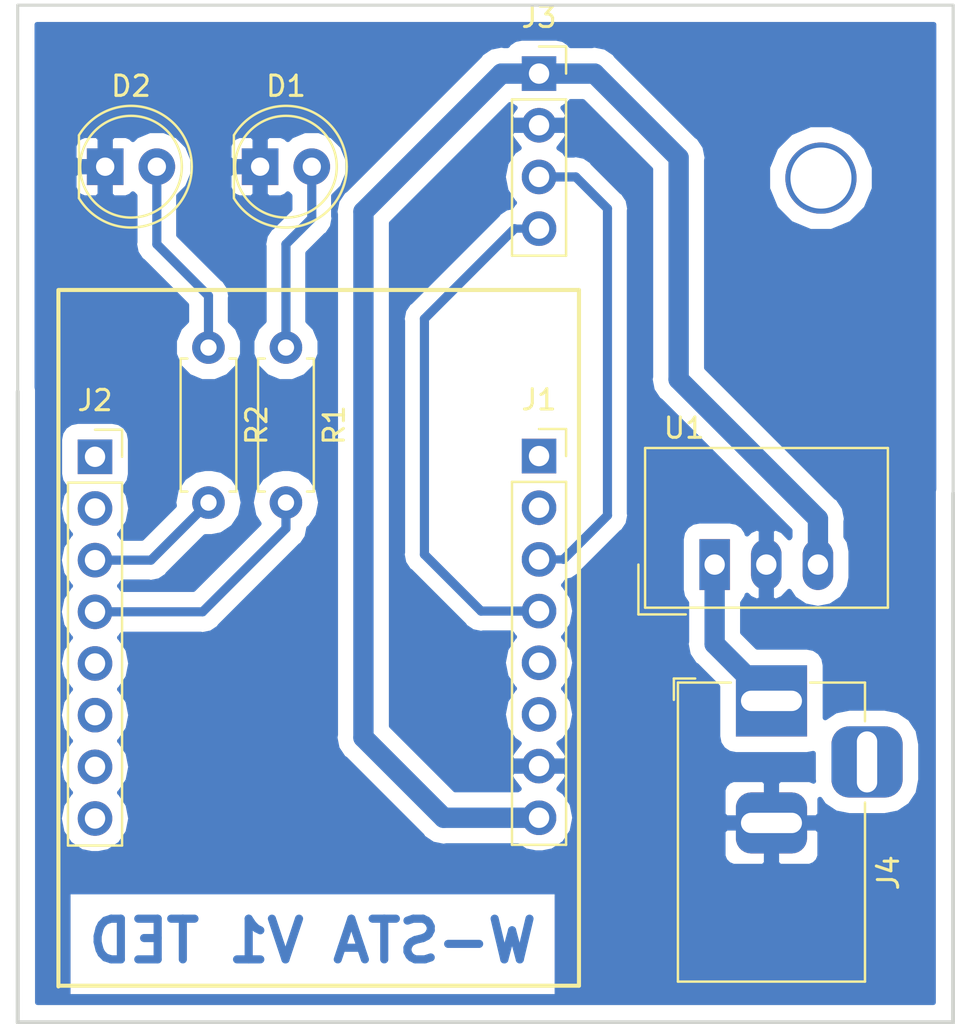
<source format=kicad_pcb>
(kicad_pcb (version 20171130) (host pcbnew "(5.0.1)-4")

  (general
    (thickness 1.6)
    (drawings 11)
    (tracks 34)
    (zones 0)
    (modules 9)
    (nets 21)
  )

  (page A4)
  (layers
    (0 F.Cu signal)
    (31 B.Cu signal)
    (32 B.Adhes user)
    (33 F.Adhes user)
    (34 B.Paste user)
    (35 F.Paste user)
    (36 B.SilkS user)
    (37 F.SilkS user)
    (38 B.Mask user)
    (39 F.Mask user)
    (40 Dwgs.User user)
    (41 Cmts.User user)
    (42 Eco1.User user)
    (43 Eco2.User user)
    (44 Edge.Cuts user)
    (45 Margin user)
    (46 B.CrtYd user)
    (47 F.CrtYd user)
    (48 B.Fab user)
    (49 F.Fab user)
  )

  (setup
    (last_trace_width 0.25)
    (trace_clearance 0.2)
    (zone_clearance 0.75)
    (zone_45_only no)
    (trace_min 0.2)
    (segment_width 0.2)
    (edge_width 0.15)
    (via_size 0.8)
    (via_drill 0.4)
    (via_min_size 0.4)
    (via_min_drill 0.3)
    (uvia_size 0.3)
    (uvia_drill 0.1)
    (uvias_allowed no)
    (uvia_min_size 0.2)
    (uvia_min_drill 0.1)
    (pcb_text_width 0.3)
    (pcb_text_size 1.5 1.5)
    (mod_edge_width 0.15)
    (mod_text_size 1 1)
    (mod_text_width 0.15)
    (pad_size 1.524 1.524)
    (pad_drill 0.762)
    (pad_to_mask_clearance 0.051)
    (solder_mask_min_width 0.25)
    (aux_axis_origin 0 0)
    (visible_elements 7FFFFFFF)
    (pcbplotparams
      (layerselection 0x010fc_ffffffff)
      (usegerberextensions false)
      (usegerberattributes false)
      (usegerberadvancedattributes false)
      (creategerberjobfile false)
      (excludeedgelayer true)
      (linewidth 0.100000)
      (plotframeref false)
      (viasonmask false)
      (mode 1)
      (useauxorigin false)
      (hpglpennumber 1)
      (hpglpenspeed 20)
      (hpglpendiameter 15.000000)
      (psnegative false)
      (psa4output false)
      (plotreference true)
      (plotvalue true)
      (plotinvisibletext false)
      (padsonsilk false)
      (subtractmaskfromsilk false)
      (outputformat 1)
      (mirror false)
      (drillshape 1)
      (scaleselection 1)
      (outputdirectory ""))
  )

  (net 0 "")
  (net 1 "Net-(J1-Pad1)")
  (net 2 "Net-(J1-Pad2)")
  (net 3 "Net-(J1-Pad5)")
  (net 4 "Net-(J1-Pad6)")
  (net 5 "Net-(J2-Pad8)")
  (net 6 "Net-(J2-Pad5)")
  (net 7 "Net-(J2-Pad4)")
  (net 8 "Net-(J2-Pad3)")
  (net 9 GND)
  (net 10 +5V)
  (net 11 SCL)
  (net 12 SDA)
  (net 13 +VDC)
  (net 14 "Net-(J4-Pad3)")
  (net 15 "Net-(J2-Pad1)")
  (net 16 "Net-(J2-Pad2)")
  (net 17 "Net-(J2-Pad6)")
  (net 18 "Net-(J2-Pad7)")
  (net 19 "Net-(D1-Pad2)")
  (net 20 "Net-(D2-Pad2)")

  (net_class Default "This is the default net class."
    (clearance 0.2)
    (trace_width 0.25)
    (via_dia 0.8)
    (via_drill 0.4)
    (uvia_dia 0.3)
    (uvia_drill 0.1)
  )

  (net_class Power ""
    (clearance 0.2)
    (trace_width 1)
    (via_dia 0.8)
    (via_drill 0.4)
    (uvia_dia 0.3)
    (uvia_drill 0.1)
    (add_net +5V)
    (add_net +VDC)
  )

  (net_class Track ""
    (clearance 0.2)
    (trace_width 0.45)
    (via_dia 0.8)
    (via_drill 0.4)
    (uvia_dia 0.3)
    (uvia_drill 0.1)
    (add_net GND)
    (add_net "Net-(D1-Pad2)")
    (add_net "Net-(D2-Pad2)")
    (add_net "Net-(J1-Pad1)")
    (add_net "Net-(J1-Pad2)")
    (add_net "Net-(J1-Pad5)")
    (add_net "Net-(J1-Pad6)")
    (add_net "Net-(J2-Pad1)")
    (add_net "Net-(J2-Pad2)")
    (add_net "Net-(J2-Pad3)")
    (add_net "Net-(J2-Pad4)")
    (add_net "Net-(J2-Pad5)")
    (add_net "Net-(J2-Pad6)")
    (add_net "Net-(J2-Pad7)")
    (add_net "Net-(J2-Pad8)")
    (add_net "Net-(J4-Pad3)")
    (add_net SCL)
    (add_net SDA)
  )

  (module Converter_DCDC:Converter_DCDC_TRACO_TSR-1_THT (layer F.Cu) (tedit 59FE1FB7) (tstamp 5C1500AC)
    (at 144.272 47.498)
    (descr "DCDC-Converter, TRACO, TSR 1-xxxx")
    (tags "DCDC-Converter TRACO TSR-1")
    (path /5BFC40E7)
    (fp_text reference U1 (at -1.5 -6.71) (layer F.SilkS)
      (effects (font (size 1 1) (thickness 0.15)))
    )
    (fp_text value TSR_1-2450 (at 2.5 3.25) (layer F.Fab)
      (effects (font (size 1 1) (thickness 0.15)))
    )
    (fp_text user %R (at 3 -3) (layer F.Fab)
      (effects (font (size 1 1) (thickness 0.15)))
    )
    (fp_line (start -3.75 2.45) (end -1.42 2.45) (layer F.SilkS) (width 0.12))
    (fp_line (start -3.75 0) (end -3.75 2.45) (layer F.SilkS) (width 0.12))
    (fp_line (start -3.3 1) (end -2.3 2) (layer F.Fab) (width 0.1))
    (fp_line (start -3.3 1) (end -3.3 -5.6) (layer F.Fab) (width 0.1))
    (fp_line (start 8.4 2) (end 8.4 -5.6) (layer F.Fab) (width 0.1))
    (fp_line (start -3.3 -5.6) (end 8.4 -5.6) (layer F.Fab) (width 0.1))
    (fp_line (start -3.55 2.25) (end -3.55 -5.85) (layer F.CrtYd) (width 0.05))
    (fp_line (start 8.65 2.25) (end -3.55 2.25) (layer F.CrtYd) (width 0.05))
    (fp_line (start 8.65 -5.85) (end 8.65 2.25) (layer F.CrtYd) (width 0.05))
    (fp_line (start -3.55 -5.85) (end 8.65 -5.85) (layer F.CrtYd) (width 0.05))
    (fp_line (start 8.52 2.12) (end -3.42 2.12) (layer F.SilkS) (width 0.12))
    (fp_line (start 8.52 -5.73) (end 8.52 2.12) (layer F.SilkS) (width 0.12))
    (fp_line (start -3.42 -5.73) (end 8.52 -5.73) (layer F.SilkS) (width 0.12))
    (fp_line (start -3.42 2.12) (end -3.42 -5.73) (layer F.SilkS) (width 0.12))
    (fp_line (start -2.3 2) (end 8.4 2) (layer F.Fab) (width 0.1))
    (pad 1 thru_hole rect (at 0 0) (size 1.5 2.5) (drill 1) (layers *.Cu *.Mask)
      (net 13 +VDC))
    (pad 2 thru_hole oval (at 2.54 0) (size 1.5 2.5) (drill 1) (layers *.Cu *.Mask)
      (net 9 GND))
    (pad 3 thru_hole oval (at 5.08 0) (size 1.5 2.5) (drill 1) (layers *.Cu *.Mask)
      (net 10 +5V))
    (model ${KISYS3DMOD}/Converter_DCDC.3dshapes/Converter_DCDC_TRACO_TSR-1_THT.wrl
      (at (xyz 0 0 0))
      (scale (xyz 1 1 1))
      (rotate (xyz 0 0 0))
    )
  )

  (module Connector_PinSocket_2.54mm:PinSocket_1x08_P2.54mm_Vertical (layer F.Cu) (tedit 5A19A420) (tstamp 5C14F996)
    (at 113.8 42.2)
    (descr "Through hole straight socket strip, 1x08, 2.54mm pitch, single row (from Kicad 4.0.7), script generated")
    (tags "Through hole socket strip THT 1x08 2.54mm single row")
    (path /5BFC4002)
    (fp_text reference J2 (at 0 -2.77) (layer F.SilkS)
      (effects (font (size 1 1) (thickness 0.15)))
    )
    (fp_text value Conn_01x08 (at 0 20.55) (layer F.Fab)
      (effects (font (size 1 1) (thickness 0.15)))
    )
    (fp_line (start -1.27 -1.27) (end 0.635 -1.27) (layer F.Fab) (width 0.1))
    (fp_line (start 0.635 -1.27) (end 1.27 -0.635) (layer F.Fab) (width 0.1))
    (fp_line (start 1.27 -0.635) (end 1.27 19.05) (layer F.Fab) (width 0.1))
    (fp_line (start 1.27 19.05) (end -1.27 19.05) (layer F.Fab) (width 0.1))
    (fp_line (start -1.27 19.05) (end -1.27 -1.27) (layer F.Fab) (width 0.1))
    (fp_line (start -1.33 1.27) (end 1.33 1.27) (layer F.SilkS) (width 0.12))
    (fp_line (start -1.33 1.27) (end -1.33 19.11) (layer F.SilkS) (width 0.12))
    (fp_line (start -1.33 19.11) (end 1.33 19.11) (layer F.SilkS) (width 0.12))
    (fp_line (start 1.33 1.27) (end 1.33 19.11) (layer F.SilkS) (width 0.12))
    (fp_line (start 1.33 -1.33) (end 1.33 0) (layer F.SilkS) (width 0.12))
    (fp_line (start 0 -1.33) (end 1.33 -1.33) (layer F.SilkS) (width 0.12))
    (fp_line (start -1.8 -1.8) (end 1.75 -1.8) (layer F.CrtYd) (width 0.05))
    (fp_line (start 1.75 -1.8) (end 1.75 19.55) (layer F.CrtYd) (width 0.05))
    (fp_line (start 1.75 19.55) (end -1.8 19.55) (layer F.CrtYd) (width 0.05))
    (fp_line (start -1.8 19.55) (end -1.8 -1.8) (layer F.CrtYd) (width 0.05))
    (fp_text user %R (at 0 8.89 90) (layer F.Fab)
      (effects (font (size 1 1) (thickness 0.15)))
    )
    (pad 1 thru_hole rect (at 0 0) (size 1.7 1.7) (drill 1) (layers *.Cu *.Mask)
      (net 15 "Net-(J2-Pad1)"))
    (pad 2 thru_hole oval (at 0 2.54) (size 1.7 1.7) (drill 1) (layers *.Cu *.Mask)
      (net 16 "Net-(J2-Pad2)"))
    (pad 3 thru_hole oval (at 0 5.08) (size 1.7 1.7) (drill 1) (layers *.Cu *.Mask)
      (net 8 "Net-(J2-Pad3)"))
    (pad 4 thru_hole oval (at 0 7.62) (size 1.7 1.7) (drill 1) (layers *.Cu *.Mask)
      (net 7 "Net-(J2-Pad4)"))
    (pad 5 thru_hole oval (at 0 10.16) (size 1.7 1.7) (drill 1) (layers *.Cu *.Mask)
      (net 6 "Net-(J2-Pad5)"))
    (pad 6 thru_hole oval (at 0 12.7) (size 1.7 1.7) (drill 1) (layers *.Cu *.Mask)
      (net 17 "Net-(J2-Pad6)"))
    (pad 7 thru_hole oval (at 0 15.24) (size 1.7 1.7) (drill 1) (layers *.Cu *.Mask)
      (net 18 "Net-(J2-Pad7)"))
    (pad 8 thru_hole oval (at 0 17.78) (size 1.7 1.7) (drill 1) (layers *.Cu *.Mask)
      (net 5 "Net-(J2-Pad8)"))
    (model ${KISYS3DMOD}/Connector_PinSocket_2.54mm.3dshapes/PinSocket_1x08_P2.54mm_Vertical.wrl
      (at (xyz 0 0 0))
      (scale (xyz 1 1 1))
      (rotate (xyz 0 0 0))
    )
  )

  (module Connector_BarrelJack:BarrelJack_Horizontal (layer F.Cu) (tedit 5A1DBF6A) (tstamp 5C14FB1D)
    (at 147.066 54.198 90)
    (descr "DC Barrel Jack")
    (tags "Power Jack")
    (path /5BFC4B46)
    (fp_text reference J4 (at -8.45 5.75 90) (layer F.SilkS)
      (effects (font (size 1 1) (thickness 0.15)))
    )
    (fp_text value Barrel_Jack_Switch (at -6.2 -5.5 90) (layer F.Fab)
      (effects (font (size 1 1) (thickness 0.15)))
    )
    (fp_text user %R (at -3 -2.95 90) (layer F.Fab)
      (effects (font (size 1 1) (thickness 0.15)))
    )
    (fp_line (start -0.003213 -4.505425) (end 0.8 -3.75) (layer F.Fab) (width 0.1))
    (fp_line (start 1.1 -3.75) (end 1.1 -4.8) (layer F.SilkS) (width 0.12))
    (fp_line (start 0.05 -4.8) (end 1.1 -4.8) (layer F.SilkS) (width 0.12))
    (fp_line (start 1 -4.5) (end 1 -4.75) (layer F.CrtYd) (width 0.05))
    (fp_line (start 1 -4.75) (end -14 -4.75) (layer F.CrtYd) (width 0.05))
    (fp_line (start 1 -4.5) (end 1 -2) (layer F.CrtYd) (width 0.05))
    (fp_line (start 1 -2) (end 2 -2) (layer F.CrtYd) (width 0.05))
    (fp_line (start 2 -2) (end 2 2) (layer F.CrtYd) (width 0.05))
    (fp_line (start 2 2) (end 1 2) (layer F.CrtYd) (width 0.05))
    (fp_line (start 1 2) (end 1 4.75) (layer F.CrtYd) (width 0.05))
    (fp_line (start 1 4.75) (end -1 4.75) (layer F.CrtYd) (width 0.05))
    (fp_line (start -1 4.75) (end -1 6.75) (layer F.CrtYd) (width 0.05))
    (fp_line (start -1 6.75) (end -5 6.75) (layer F.CrtYd) (width 0.05))
    (fp_line (start -5 6.75) (end -5 4.75) (layer F.CrtYd) (width 0.05))
    (fp_line (start -5 4.75) (end -14 4.75) (layer F.CrtYd) (width 0.05))
    (fp_line (start -14 4.75) (end -14 -4.75) (layer F.CrtYd) (width 0.05))
    (fp_line (start -5 4.6) (end -13.8 4.6) (layer F.SilkS) (width 0.12))
    (fp_line (start -13.8 4.6) (end -13.8 -4.6) (layer F.SilkS) (width 0.12))
    (fp_line (start 0.9 1.9) (end 0.9 4.6) (layer F.SilkS) (width 0.12))
    (fp_line (start 0.9 4.6) (end -1 4.6) (layer F.SilkS) (width 0.12))
    (fp_line (start -13.8 -4.6) (end 0.9 -4.6) (layer F.SilkS) (width 0.12))
    (fp_line (start 0.9 -4.6) (end 0.9 -2) (layer F.SilkS) (width 0.12))
    (fp_line (start -10.2 -4.5) (end -10.2 4.5) (layer F.Fab) (width 0.1))
    (fp_line (start -13.7 -4.5) (end -13.7 4.5) (layer F.Fab) (width 0.1))
    (fp_line (start -13.7 4.5) (end 0.8 4.5) (layer F.Fab) (width 0.1))
    (fp_line (start 0.8 4.5) (end 0.8 -3.75) (layer F.Fab) (width 0.1))
    (fp_line (start 0 -4.5) (end -13.7 -4.5) (layer F.Fab) (width 0.1))
    (pad 1 thru_hole rect (at 0 0 90) (size 3.5 3.5) (drill oval 1 3) (layers *.Cu *.Mask)
      (net 13 +VDC))
    (pad 2 thru_hole roundrect (at -6 0 90) (size 3 3.5) (drill oval 1 3) (layers *.Cu *.Mask) (roundrect_rratio 0.25)
      (net 9 GND))
    (pad 3 thru_hole roundrect (at -3 4.7 90) (size 3.5 3.5) (drill oval 3 1) (layers *.Cu *.Mask) (roundrect_rratio 0.25)
      (net 14 "Net-(J4-Pad3)"))
    (model ${KISYS3DMOD}/Connector_BarrelJack.3dshapes/BarrelJack_Horizontal.wrl
      (at (xyz 0 0 0))
      (scale (xyz 1 1 1))
      (rotate (xyz 0 0 0))
    )
  )

  (module Connector_PinSocket_2.54mm:PinSocket_1x04_P2.54mm_Vertical (layer F.Cu) (tedit 5A19A429) (tstamp 5C15028E)
    (at 135.636 23.364)
    (descr "Through hole straight socket strip, 1x04, 2.54mm pitch, single row (from Kicad 4.0.7), script generated")
    (tags "Through hole socket strip THT 1x04 2.54mm single row")
    (path /5BFC4276)
    (fp_text reference J3 (at 0 -2.77) (layer F.SilkS)
      (effects (font (size 1 1) (thickness 0.15)))
    )
    (fp_text value Conn_01x04 (at 0 10.39) (layer F.Fab)
      (effects (font (size 1 1) (thickness 0.15)))
    )
    (fp_line (start -1.27 -1.27) (end 0.635 -1.27) (layer F.Fab) (width 0.1))
    (fp_line (start 0.635 -1.27) (end 1.27 -0.635) (layer F.Fab) (width 0.1))
    (fp_line (start 1.27 -0.635) (end 1.27 8.89) (layer F.Fab) (width 0.1))
    (fp_line (start 1.27 8.89) (end -1.27 8.89) (layer F.Fab) (width 0.1))
    (fp_line (start -1.27 8.89) (end -1.27 -1.27) (layer F.Fab) (width 0.1))
    (fp_line (start -1.33 1.27) (end 1.33 1.27) (layer F.SilkS) (width 0.12))
    (fp_line (start -1.33 1.27) (end -1.33 8.95) (layer F.SilkS) (width 0.12))
    (fp_line (start -1.33 8.95) (end 1.33 8.95) (layer F.SilkS) (width 0.12))
    (fp_line (start 1.33 1.27) (end 1.33 8.95) (layer F.SilkS) (width 0.12))
    (fp_line (start 1.33 -1.33) (end 1.33 0) (layer F.SilkS) (width 0.12))
    (fp_line (start 0 -1.33) (end 1.33 -1.33) (layer F.SilkS) (width 0.12))
    (fp_line (start -1.8 -1.8) (end 1.75 -1.8) (layer F.CrtYd) (width 0.05))
    (fp_line (start 1.75 -1.8) (end 1.75 9.4) (layer F.CrtYd) (width 0.05))
    (fp_line (start 1.75 9.4) (end -1.8 9.4) (layer F.CrtYd) (width 0.05))
    (fp_line (start -1.8 9.4) (end -1.8 -1.8) (layer F.CrtYd) (width 0.05))
    (fp_text user %R (at 0 3.81 90) (layer F.Fab)
      (effects (font (size 1 1) (thickness 0.15)))
    )
    (pad 1 thru_hole rect (at 0 0) (size 1.7 1.7) (drill 1) (layers *.Cu *.Mask)
      (net 10 +5V))
    (pad 2 thru_hole oval (at 0 2.54) (size 1.7 1.7) (drill 1) (layers *.Cu *.Mask)
      (net 9 GND))
    (pad 3 thru_hole oval (at 0 5.08) (size 1.7 1.7) (drill 1) (layers *.Cu *.Mask)
      (net 11 SCL))
    (pad 4 thru_hole oval (at 0 7.62) (size 1.7 1.7) (drill 1) (layers *.Cu *.Mask)
      (net 12 SDA))
    (model ${KISYS3DMOD}/Connector_PinSocket_2.54mm.3dshapes/PinSocket_1x04_P2.54mm_Vertical.wrl
      (at (xyz 0 0 0))
      (scale (xyz 1 1 1))
      (rotate (xyz 0 0 0))
    )
  )

  (module Connector_PinSocket_2.54mm:PinSocket_1x08_P2.54mm_Vertical (layer F.Cu) (tedit 5A19A420) (tstamp 5C150314)
    (at 135.636 42.164)
    (descr "Through hole straight socket strip, 1x08, 2.54mm pitch, single row (from Kicad 4.0.7), script generated")
    (tags "Through hole socket strip THT 1x08 2.54mm single row")
    (path /5BFC3FA4)
    (fp_text reference J1 (at 0 -2.77) (layer F.SilkS)
      (effects (font (size 1 1) (thickness 0.15)))
    )
    (fp_text value Conn_01x08 (at 0 20.55) (layer F.Fab)
      (effects (font (size 1 1) (thickness 0.15)))
    )
    (fp_line (start -1.27 -1.27) (end 0.635 -1.27) (layer F.Fab) (width 0.1))
    (fp_line (start 0.635 -1.27) (end 1.27 -0.635) (layer F.Fab) (width 0.1))
    (fp_line (start 1.27 -0.635) (end 1.27 19.05) (layer F.Fab) (width 0.1))
    (fp_line (start 1.27 19.05) (end -1.27 19.05) (layer F.Fab) (width 0.1))
    (fp_line (start -1.27 19.05) (end -1.27 -1.27) (layer F.Fab) (width 0.1))
    (fp_line (start -1.33 1.27) (end 1.33 1.27) (layer F.SilkS) (width 0.12))
    (fp_line (start -1.33 1.27) (end -1.33 19.11) (layer F.SilkS) (width 0.12))
    (fp_line (start -1.33 19.11) (end 1.33 19.11) (layer F.SilkS) (width 0.12))
    (fp_line (start 1.33 1.27) (end 1.33 19.11) (layer F.SilkS) (width 0.12))
    (fp_line (start 1.33 -1.33) (end 1.33 0) (layer F.SilkS) (width 0.12))
    (fp_line (start 0 -1.33) (end 1.33 -1.33) (layer F.SilkS) (width 0.12))
    (fp_line (start -1.8 -1.8) (end 1.75 -1.8) (layer F.CrtYd) (width 0.05))
    (fp_line (start 1.75 -1.8) (end 1.75 19.55) (layer F.CrtYd) (width 0.05))
    (fp_line (start 1.75 19.55) (end -1.8 19.55) (layer F.CrtYd) (width 0.05))
    (fp_line (start -1.8 19.55) (end -1.8 -1.8) (layer F.CrtYd) (width 0.05))
    (fp_text user %R (at 0 8.89 90) (layer F.Fab)
      (effects (font (size 1 1) (thickness 0.15)))
    )
    (pad 1 thru_hole rect (at 0 0) (size 1.7 1.7) (drill 1) (layers *.Cu *.Mask)
      (net 1 "Net-(J1-Pad1)"))
    (pad 2 thru_hole oval (at 0 2.54) (size 1.7 1.7) (drill 1) (layers *.Cu *.Mask)
      (net 2 "Net-(J1-Pad2)"))
    (pad 3 thru_hole oval (at 0 5.08) (size 1.7 1.7) (drill 1) (layers *.Cu *.Mask)
      (net 11 SCL))
    (pad 4 thru_hole oval (at 0 7.62) (size 1.7 1.7) (drill 1) (layers *.Cu *.Mask)
      (net 12 SDA))
    (pad 5 thru_hole oval (at 0 10.16) (size 1.7 1.7) (drill 1) (layers *.Cu *.Mask)
      (net 3 "Net-(J1-Pad5)"))
    (pad 6 thru_hole oval (at 0 12.7) (size 1.7 1.7) (drill 1) (layers *.Cu *.Mask)
      (net 4 "Net-(J1-Pad6)"))
    (pad 7 thru_hole oval (at 0 15.24) (size 1.7 1.7) (drill 1) (layers *.Cu *.Mask)
      (net 9 GND))
    (pad 8 thru_hole oval (at 0 17.78) (size 1.7 1.7) (drill 1) (layers *.Cu *.Mask)
      (net 10 +5V))
    (model ${KISYS3DMOD}/Connector_PinSocket_2.54mm.3dshapes/PinSocket_1x08_P2.54mm_Vertical.wrl
      (at (xyz 0 0 0))
      (scale (xyz 1 1 1))
      (rotate (xyz 0 0 0))
    )
  )

  (module LED_THT:LED_D5.0mm (layer F.Cu) (tedit 5995936A) (tstamp 5C0B4AF8)
    (at 121.92 27.94)
    (descr "LED, diameter 5.0mm, 2 pins, http://cdn-reichelt.de/documents/datenblatt/A500/LL-504BC2E-009.pdf")
    (tags "LED diameter 5.0mm 2 pins")
    (path /5BFECCAF)
    (fp_text reference D1 (at 1.27 -3.96) (layer F.SilkS)
      (effects (font (size 1 1) (thickness 0.15)))
    )
    (fp_text value LED (at 1.27 3.96) (layer F.Fab)
      (effects (font (size 1 1) (thickness 0.15)))
    )
    (fp_text user %R (at 1.25 0) (layer F.Fab)
      (effects (font (size 0.8 0.8) (thickness 0.2)))
    )
    (fp_line (start 4.5 -3.25) (end -1.95 -3.25) (layer F.CrtYd) (width 0.05))
    (fp_line (start 4.5 3.25) (end 4.5 -3.25) (layer F.CrtYd) (width 0.05))
    (fp_line (start -1.95 3.25) (end 4.5 3.25) (layer F.CrtYd) (width 0.05))
    (fp_line (start -1.95 -3.25) (end -1.95 3.25) (layer F.CrtYd) (width 0.05))
    (fp_line (start -1.29 -1.545) (end -1.29 1.545) (layer F.SilkS) (width 0.12))
    (fp_line (start -1.23 -1.469694) (end -1.23 1.469694) (layer F.Fab) (width 0.1))
    (fp_circle (center 1.27 0) (end 3.77 0) (layer F.SilkS) (width 0.12))
    (fp_circle (center 1.27 0) (end 3.77 0) (layer F.Fab) (width 0.1))
    (fp_arc (start 1.27 0) (end -1.29 1.54483) (angle -148.9) (layer F.SilkS) (width 0.12))
    (fp_arc (start 1.27 0) (end -1.29 -1.54483) (angle 148.9) (layer F.SilkS) (width 0.12))
    (fp_arc (start 1.27 0) (end -1.23 -1.469694) (angle 299.1) (layer F.Fab) (width 0.1))
    (pad 2 thru_hole circle (at 2.54 0) (size 1.8 1.8) (drill 0.9) (layers *.Cu *.Mask)
      (net 19 "Net-(D1-Pad2)"))
    (pad 1 thru_hole rect (at 0 0) (size 1.8 1.8) (drill 0.9) (layers *.Cu *.Mask)
      (net 9 GND))
    (model ${KISYS3DMOD}/LED_THT.3dshapes/LED_D5.0mm.wrl
      (at (xyz 0 0 0))
      (scale (xyz 1 1 1))
      (rotate (xyz 0 0 0))
    )
  )

  (module LED_THT:LED_D5.0mm (layer F.Cu) (tedit 5995936A) (tstamp 5C0B4B0A)
    (at 114.3 27.94)
    (descr "LED, diameter 5.0mm, 2 pins, http://cdn-reichelt.de/documents/datenblatt/A500/LL-504BC2E-009.pdf")
    (tags "LED diameter 5.0mm 2 pins")
    (path /5BFECB38)
    (fp_text reference D2 (at 1.27 -3.96) (layer F.SilkS)
      (effects (font (size 1 1) (thickness 0.15)))
    )
    (fp_text value LED (at 1.27 3.96) (layer F.Fab)
      (effects (font (size 1 1) (thickness 0.15)))
    )
    (fp_arc (start 1.27 0) (end -1.23 -1.469694) (angle 299.1) (layer F.Fab) (width 0.1))
    (fp_arc (start 1.27 0) (end -1.29 -1.54483) (angle 148.9) (layer F.SilkS) (width 0.12))
    (fp_arc (start 1.27 0) (end -1.29 1.54483) (angle -148.9) (layer F.SilkS) (width 0.12))
    (fp_circle (center 1.27 0) (end 3.77 0) (layer F.Fab) (width 0.1))
    (fp_circle (center 1.27 0) (end 3.77 0) (layer F.SilkS) (width 0.12))
    (fp_line (start -1.23 -1.469694) (end -1.23 1.469694) (layer F.Fab) (width 0.1))
    (fp_line (start -1.29 -1.545) (end -1.29 1.545) (layer F.SilkS) (width 0.12))
    (fp_line (start -1.95 -3.25) (end -1.95 3.25) (layer F.CrtYd) (width 0.05))
    (fp_line (start -1.95 3.25) (end 4.5 3.25) (layer F.CrtYd) (width 0.05))
    (fp_line (start 4.5 3.25) (end 4.5 -3.25) (layer F.CrtYd) (width 0.05))
    (fp_line (start 4.5 -3.25) (end -1.95 -3.25) (layer F.CrtYd) (width 0.05))
    (fp_text user %R (at 1.25 0) (layer F.Fab)
      (effects (font (size 0.8 0.8) (thickness 0.2)))
    )
    (pad 1 thru_hole rect (at 0 0) (size 1.8 1.8) (drill 0.9) (layers *.Cu *.Mask)
      (net 9 GND))
    (pad 2 thru_hole circle (at 2.54 0) (size 1.8 1.8) (drill 0.9) (layers *.Cu *.Mask)
      (net 20 "Net-(D2-Pad2)"))
    (model ${KISYS3DMOD}/LED_THT.3dshapes/LED_D5.0mm.wrl
      (at (xyz 0 0 0))
      (scale (xyz 1 1 1))
      (rotate (xyz 0 0 0))
    )
  )

  (module Resistor_THT:R_Axial_DIN0207_L6.3mm_D2.5mm_P7.62mm_Horizontal (layer F.Cu) (tedit 5AE5139B) (tstamp 5C0B4D65)
    (at 123.19 36.83 270)
    (descr "Resistor, Axial_DIN0207 series, Axial, Horizontal, pin pitch=7.62mm, 0.25W = 1/4W, length*diameter=6.3*2.5mm^2, http://cdn-reichelt.de/documents/datenblatt/B400/1_4W%23YAG.pdf")
    (tags "Resistor Axial_DIN0207 series Axial Horizontal pin pitch 7.62mm 0.25W = 1/4W length 6.3mm diameter 2.5mm")
    (path /5BFECE07)
    (fp_text reference R1 (at 3.81 -2.37 270) (layer F.SilkS)
      (effects (font (size 1 1) (thickness 0.15)))
    )
    (fp_text value R (at 3.81 2.37 270) (layer F.Fab)
      (effects (font (size 1 1) (thickness 0.15)))
    )
    (fp_line (start 0.66 -1.25) (end 0.66 1.25) (layer F.Fab) (width 0.1))
    (fp_line (start 0.66 1.25) (end 6.96 1.25) (layer F.Fab) (width 0.1))
    (fp_line (start 6.96 1.25) (end 6.96 -1.25) (layer F.Fab) (width 0.1))
    (fp_line (start 6.96 -1.25) (end 0.66 -1.25) (layer F.Fab) (width 0.1))
    (fp_line (start 0 0) (end 0.66 0) (layer F.Fab) (width 0.1))
    (fp_line (start 7.62 0) (end 6.96 0) (layer F.Fab) (width 0.1))
    (fp_line (start 0.54 -1.04) (end 0.54 -1.37) (layer F.SilkS) (width 0.12))
    (fp_line (start 0.54 -1.37) (end 7.08 -1.37) (layer F.SilkS) (width 0.12))
    (fp_line (start 7.08 -1.37) (end 7.08 -1.04) (layer F.SilkS) (width 0.12))
    (fp_line (start 0.54 1.04) (end 0.54 1.37) (layer F.SilkS) (width 0.12))
    (fp_line (start 0.54 1.37) (end 7.08 1.37) (layer F.SilkS) (width 0.12))
    (fp_line (start 7.08 1.37) (end 7.08 1.04) (layer F.SilkS) (width 0.12))
    (fp_line (start -1.05 -1.5) (end -1.05 1.5) (layer F.CrtYd) (width 0.05))
    (fp_line (start -1.05 1.5) (end 8.67 1.5) (layer F.CrtYd) (width 0.05))
    (fp_line (start 8.67 1.5) (end 8.67 -1.5) (layer F.CrtYd) (width 0.05))
    (fp_line (start 8.67 -1.5) (end -1.05 -1.5) (layer F.CrtYd) (width 0.05))
    (fp_text user %R (at 3.81 0 270) (layer F.Fab)
      (effects (font (size 1 1) (thickness 0.15)))
    )
    (pad 1 thru_hole circle (at 0 0 270) (size 1.6 1.6) (drill 0.8) (layers *.Cu *.Mask)
      (net 19 "Net-(D1-Pad2)"))
    (pad 2 thru_hole oval (at 7.62 0 270) (size 1.6 1.6) (drill 0.8) (layers *.Cu *.Mask)
      (net 7 "Net-(J2-Pad4)"))
    (model ${KISYS3DMOD}/Resistor_THT.3dshapes/R_Axial_DIN0207_L6.3mm_D2.5mm_P7.62mm_Horizontal.wrl
      (at (xyz 0 0 0))
      (scale (xyz 1 1 1))
      (rotate (xyz 0 0 0))
    )
  )

  (module Resistor_THT:R_Axial_DIN0207_L6.3mm_D2.5mm_P7.62mm_Horizontal (layer F.Cu) (tedit 5AE5139B) (tstamp 5C0B4B38)
    (at 119.38 36.83 270)
    (descr "Resistor, Axial_DIN0207 series, Axial, Horizontal, pin pitch=7.62mm, 0.25W = 1/4W, length*diameter=6.3*2.5mm^2, http://cdn-reichelt.de/documents/datenblatt/B400/1_4W%23YAG.pdf")
    (tags "Resistor Axial_DIN0207 series Axial Horizontal pin pitch 7.62mm 0.25W = 1/4W length 6.3mm diameter 2.5mm")
    (path /5BFECE75)
    (fp_text reference R2 (at 3.81 -2.37 270) (layer F.SilkS)
      (effects (font (size 1 1) (thickness 0.15)))
    )
    (fp_text value R (at 3.81 2.37 270) (layer F.Fab)
      (effects (font (size 1 1) (thickness 0.15)))
    )
    (fp_text user %R (at 3.81 0 270) (layer F.Fab)
      (effects (font (size 1 1) (thickness 0.15)))
    )
    (fp_line (start 8.67 -1.5) (end -1.05 -1.5) (layer F.CrtYd) (width 0.05))
    (fp_line (start 8.67 1.5) (end 8.67 -1.5) (layer F.CrtYd) (width 0.05))
    (fp_line (start -1.05 1.5) (end 8.67 1.5) (layer F.CrtYd) (width 0.05))
    (fp_line (start -1.05 -1.5) (end -1.05 1.5) (layer F.CrtYd) (width 0.05))
    (fp_line (start 7.08 1.37) (end 7.08 1.04) (layer F.SilkS) (width 0.12))
    (fp_line (start 0.54 1.37) (end 7.08 1.37) (layer F.SilkS) (width 0.12))
    (fp_line (start 0.54 1.04) (end 0.54 1.37) (layer F.SilkS) (width 0.12))
    (fp_line (start 7.08 -1.37) (end 7.08 -1.04) (layer F.SilkS) (width 0.12))
    (fp_line (start 0.54 -1.37) (end 7.08 -1.37) (layer F.SilkS) (width 0.12))
    (fp_line (start 0.54 -1.04) (end 0.54 -1.37) (layer F.SilkS) (width 0.12))
    (fp_line (start 7.62 0) (end 6.96 0) (layer F.Fab) (width 0.1))
    (fp_line (start 0 0) (end 0.66 0) (layer F.Fab) (width 0.1))
    (fp_line (start 6.96 -1.25) (end 0.66 -1.25) (layer F.Fab) (width 0.1))
    (fp_line (start 6.96 1.25) (end 6.96 -1.25) (layer F.Fab) (width 0.1))
    (fp_line (start 0.66 1.25) (end 6.96 1.25) (layer F.Fab) (width 0.1))
    (fp_line (start 0.66 -1.25) (end 0.66 1.25) (layer F.Fab) (width 0.1))
    (pad 2 thru_hole oval (at 7.62 0 270) (size 1.6 1.6) (drill 0.8) (layers *.Cu *.Mask)
      (net 8 "Net-(J2-Pad3)"))
    (pad 1 thru_hole circle (at 0 0 270) (size 1.6 1.6) (drill 0.8) (layers *.Cu *.Mask)
      (net 20 "Net-(D2-Pad2)"))
    (model ${KISYS3DMOD}/Resistor_THT.3dshapes/R_Axial_DIN0207_L6.3mm_D2.5mm_P7.62mm_Horizontal.wrl
      (at (xyz 0 0 0))
      (scale (xyz 1 1 1))
      (rotate (xyz 0 0 0))
    )
  )

  (gr_text "W-STA V1 TED" (at 124.5 66) (layer B.Cu)
    (effects (font (size 2 2) (thickness 0.4)) (justify mirror))
  )
  (gr_line (start 110 20) (end 110 39) (layer Edge.Cuts) (width 0.15))
  (gr_line (start 156 20) (end 110 20) (layer Edge.Cuts) (width 0.15))
  (gr_line (start 156 44) (end 156 20) (layer Edge.Cuts) (width 0.15))
  (gr_line (start 110 70) (end 110 39) (layer Edge.Cuts) (width 0.2))
  (gr_line (start 156 70) (end 110 70) (layer Edge.Cuts) (width 0.2))
  (gr_line (start 156 44) (end 156 70) (layer Edge.Cuts) (width 0.2))
  (gr_line (start 112 34.036) (end 112 68.236) (layer F.SilkS) (width 0.2) (tstamp 5C14FA59))
  (gr_line (start 137.6 34) (end 112 34) (layer F.SilkS) (width 0.2) (tstamp 5C14F651))
  (gr_line (start 137.6 68.2) (end 137.6 34) (layer F.SilkS) (width 0.2) (tstamp 5C14F64B))
  (gr_line (start 112 68.2) (end 137.6 68.2) (layer F.SilkS) (width 0.2) (tstamp 5C14F648))

  (via (at 149.5 28.5) (size 3.5) (drill 3) (layers F.Cu B.Cu) (net 0) (tstamp 5C150192))
  (segment (start 123.19 44.45) (end 123.19 45.72) (width 0.45) (layer B.Cu) (net 7))
  (segment (start 119.09 49.82) (end 113.8 49.82) (width 0.45) (layer B.Cu) (net 7))
  (segment (start 123.19 45.72) (end 119.09 49.82) (width 0.45) (layer B.Cu) (net 7))
  (segment (start 116.55 47.28) (end 113.8 47.28) (width 0.45) (layer B.Cu) (net 8))
  (segment (start 119.38 44.45) (end 116.55 47.28) (width 0.45) (layer B.Cu) (net 8))
  (segment (start 149.352 45.248) (end 142.5 38.396) (width 1) (layer B.Cu) (net 10))
  (segment (start 149.352 47.498) (end 149.352 45.248) (width 1) (layer B.Cu) (net 10))
  (segment (start 142.5 38.396) (end 142.5 27.5) (width 1) (layer B.Cu) (net 10))
  (segment (start 138.364 23.364) (end 135.636 23.364) (width 1) (layer B.Cu) (net 10))
  (segment (start 142.5 27.5) (end 138.364 23.364) (width 1) (layer B.Cu) (net 10))
  (segment (start 133.786 23.364) (end 127 30.15) (width 1) (layer B.Cu) (net 10))
  (segment (start 135.636 23.364) (end 133.786 23.364) (width 1) (layer B.Cu) (net 10))
  (segment (start 127 30.15) (end 127 56) (width 1) (layer B.Cu) (net 10))
  (segment (start 130.944 59.944) (end 135.636 59.944) (width 1) (layer B.Cu) (net 10))
  (segment (start 127 56) (end 130.944 59.944) (width 1) (layer B.Cu) (net 10))
  (segment (start 136.838081 47.244) (end 139 45.082081) (width 0.45) (layer B.Cu) (net 11))
  (segment (start 135.636 47.244) (end 136.838081 47.244) (width 0.4) (layer B.Cu) (net 11))
  (segment (start 139 45.082081) (end 139 30) (width 0.45) (layer B.Cu) (net 11))
  (segment (start 137.444 28.444) (end 135.636 28.444) (width 0.45) (layer B.Cu) (net 11))
  (segment (start 139 30) (end 137.444 28.444) (width 0.45) (layer B.Cu) (net 11))
  (segment (start 134.433919 30.984) (end 130 35.417919) (width 0.45) (layer B.Cu) (net 12))
  (segment (start 135.636 30.984) (end 134.433919 30.984) (width 0.4) (layer B.Cu) (net 12))
  (segment (start 130 35.417919) (end 130 47) (width 0.45) (layer B.Cu) (net 12))
  (segment (start 132.784 49.784) (end 135.636 49.784) (width 0.45) (layer B.Cu) (net 12))
  (segment (start 130 47) (end 132.784 49.784) (width 0.45) (layer B.Cu) (net 12))
  (segment (start 144.272 51.404) (end 144.272 47.498) (width 1) (layer B.Cu) (net 13))
  (segment (start 147.066 54.198) (end 144.272 51.404) (width 1) (layer B.Cu) (net 13))
  (segment (start 123.19 31.75) (end 124.46 30.48) (width 0.45) (layer B.Cu) (net 19))
  (segment (start 124.46 30.48) (end 124.46 27.94) (width 0.45) (layer B.Cu) (net 19))
  (segment (start 123.19 36.83) (end 123.19 31.75) (width 0.45) (layer B.Cu) (net 19))
  (segment (start 119.38 36.83) (end 119.38 34.29) (width 0.45) (layer B.Cu) (net 20))
  (segment (start 119.38 34.29) (end 116.84 31.75) (width 0.45) (layer B.Cu) (net 20))
  (segment (start 116.84 31.75) (end 116.84 27.94) (width 0.45) (layer B.Cu) (net 20))

  (zone (net 9) (net_name GND) (layer B.Cu) (tstamp 0) (hatch edge 0.508)
    (connect_pads (clearance 0.75))
    (min_thickness 0.254)
    (fill yes (arc_segments 16) (thermal_gap 0.508) (thermal_bridge_width 0.75))
    (polygon
      (pts
        (xy 156 20) (xy 110 20) (xy 110 70) (xy 156 70)
      )
    )
    (filled_polygon
      (pts
        (xy 155.048 43.778095) (xy 155.023 43.903778) (xy 155.023001 69.023) (xy 110.977 69.023) (xy 110.977 63.583)
        (xy 112.470619 63.583) (xy 112.470619 68.737) (xy 136.529381 68.737) (xy 136.529381 63.583) (xy 112.470619 63.583)
        (xy 110.977 63.583) (xy 110.977 44.74) (xy 112.039167 44.74) (xy 112.173202 45.413842) (xy 112.554903 45.985097)
        (xy 112.592173 46.01) (xy 112.554903 46.034903) (xy 112.173202 46.606158) (xy 112.039167 47.28) (xy 112.173202 47.953842)
        (xy 112.554903 48.525097) (xy 112.592173 48.55) (xy 112.554903 48.574903) (xy 112.173202 49.146158) (xy 112.039167 49.82)
        (xy 112.173202 50.493842) (xy 112.554903 51.065097) (xy 112.592173 51.09) (xy 112.554903 51.114903) (xy 112.173202 51.686158)
        (xy 112.039167 52.36) (xy 112.173202 53.033842) (xy 112.554903 53.605097) (xy 112.592173 53.63) (xy 112.554903 53.654903)
        (xy 112.173202 54.226158) (xy 112.039167 54.9) (xy 112.173202 55.573842) (xy 112.554903 56.145097) (xy 112.592173 56.17)
        (xy 112.554903 56.194903) (xy 112.173202 56.766158) (xy 112.039167 57.44) (xy 112.173202 58.113842) (xy 112.554903 58.685097)
        (xy 112.592173 58.71) (xy 112.554903 58.734903) (xy 112.173202 59.306158) (xy 112.039167 59.98) (xy 112.173202 60.653842)
        (xy 112.554903 61.225097) (xy 113.126158 61.606798) (xy 113.629909 61.707) (xy 113.970091 61.707) (xy 114.473842 61.606798)
        (xy 115.045097 61.225097) (xy 115.426798 60.653842) (xy 115.560833 59.98) (xy 115.426798 59.306158) (xy 115.045097 58.734903)
        (xy 115.007827 58.71) (xy 115.045097 58.685097) (xy 115.426798 58.113842) (xy 115.560833 57.44) (xy 115.426798 56.766158)
        (xy 115.045097 56.194903) (xy 115.007827 56.17) (xy 115.045097 56.145097) (xy 115.426798 55.573842) (xy 115.560833 54.9)
        (xy 115.426798 54.226158) (xy 115.045097 53.654903) (xy 115.007827 53.63) (xy 115.045097 53.605097) (xy 115.426798 53.033842)
        (xy 115.560833 52.36) (xy 115.426798 51.686158) (xy 115.045097 51.114903) (xy 115.007827 51.09) (xy 115.045097 51.065097)
        (xy 115.140712 50.922) (xy 118.981469 50.922) (xy 119.09 50.943588) (xy 119.198531 50.922) (xy 119.198535 50.922)
        (xy 119.519979 50.858061) (xy 119.884497 50.614497) (xy 119.945979 50.522483) (xy 123.892486 46.575977) (xy 123.984497 46.514497)
        (xy 124.228061 46.149979) (xy 124.292 45.828535) (xy 124.292 45.828532) (xy 124.313588 45.72) (xy 124.312912 45.716604)
        (xy 124.399049 45.659049) (xy 124.769699 45.104333) (xy 124.899854 44.45) (xy 124.769699 43.795667) (xy 124.399049 43.240951)
        (xy 123.844333 42.870301) (xy 123.355168 42.773) (xy 123.024832 42.773) (xy 122.535667 42.870301) (xy 121.980951 43.240951)
        (xy 121.610301 43.795667) (xy 121.480146 44.45) (xy 121.610301 45.104333) (xy 121.865409 45.486128) (xy 118.633538 48.718)
        (xy 115.140712 48.718) (xy 115.045097 48.574903) (xy 115.007827 48.55) (xy 115.045097 48.525097) (xy 115.157416 48.357)
        (xy 116.443934 48.357) (xy 116.55 48.378098) (xy 116.656066 48.357) (xy 116.656072 48.357) (xy 116.970224 48.294511)
        (xy 117.326473 48.056473) (xy 117.386559 47.966548) (xy 119.226108 46.127) (xy 119.545168 46.127) (xy 120.034333 46.029699)
        (xy 120.589049 45.659049) (xy 120.959699 45.104333) (xy 121.089854 44.45) (xy 120.959699 43.795667) (xy 120.589049 43.240951)
        (xy 120.034333 42.870301) (xy 119.545168 42.773) (xy 119.214832 42.773) (xy 118.725667 42.870301) (xy 118.170951 43.240951)
        (xy 117.800301 43.795667) (xy 117.670146 44.45) (xy 117.701129 44.605763) (xy 116.103893 46.203) (xy 115.157416 46.203)
        (xy 115.045097 46.034903) (xy 115.007827 46.01) (xy 115.045097 45.985097) (xy 115.426798 45.413842) (xy 115.560833 44.74)
        (xy 115.426798 44.066158) (xy 115.204863 43.73401) (xy 115.282281 43.682281) (xy 115.476116 43.392188) (xy 115.544181 43.05)
        (xy 115.544181 41.35) (xy 115.476116 41.007812) (xy 115.282281 40.717719) (xy 114.992188 40.523884) (xy 114.65 40.455819)
        (xy 112.95 40.455819) (xy 112.607812 40.523884) (xy 112.317719 40.717719) (xy 112.123884 41.007812) (xy 112.055819 41.35)
        (xy 112.055819 43.05) (xy 112.123884 43.392188) (xy 112.317719 43.682281) (xy 112.395137 43.73401) (xy 112.173202 44.066158)
        (xy 112.039167 44.74) (xy 110.977 44.74) (xy 110.977 38.903777) (xy 110.952 38.778094) (xy 110.952 28.34675)
        (xy 112.765 28.34675) (xy 112.765 28.96631) (xy 112.861673 29.199699) (xy 113.040302 29.378327) (xy 113.273691 29.475)
        (xy 113.89325 29.475) (xy 114.052 29.31625) (xy 114.052 28.188) (xy 112.92375 28.188) (xy 112.765 28.34675)
        (xy 110.952 28.34675) (xy 110.952 26.91369) (xy 112.765 26.91369) (xy 112.765 27.53325) (xy 112.92375 27.692)
        (xy 114.052 27.692) (xy 114.052 26.56375) (xy 114.548 26.56375) (xy 114.548 27.692) (xy 114.568 27.692)
        (xy 114.568 28.188) (xy 114.548 28.188) (xy 114.548 29.31625) (xy 114.70675 29.475) (xy 115.326309 29.475)
        (xy 115.559698 29.378327) (xy 115.662485 29.275541) (xy 115.763001 29.376057) (xy 115.763 31.643933) (xy 115.741902 31.75)
        (xy 115.763 31.856066) (xy 115.763 31.856071) (xy 115.825489 32.170223) (xy 116.063527 32.526473) (xy 116.153451 32.586558)
        (xy 118.303001 34.736109) (xy 118.303001 35.535363) (xy 117.958308 35.880056) (xy 117.703 36.496424) (xy 117.703 37.163576)
        (xy 117.958308 37.779944) (xy 118.430056 38.251692) (xy 119.046424 38.507) (xy 119.713576 38.507) (xy 120.329944 38.251692)
        (xy 120.801692 37.779944) (xy 121.057 37.163576) (xy 121.057 36.496424) (xy 121.513 36.496424) (xy 121.513 37.163576)
        (xy 121.768308 37.779944) (xy 122.240056 38.251692) (xy 122.856424 38.507) (xy 123.523576 38.507) (xy 124.139944 38.251692)
        (xy 124.611692 37.779944) (xy 124.867 37.163576) (xy 124.867 36.496424) (xy 124.611692 35.880056) (xy 124.267 35.535364)
        (xy 124.267 32.196107) (xy 125.146551 31.316557) (xy 125.236473 31.256473) (xy 125.474511 30.900224) (xy 125.537 30.586072)
        (xy 125.537 30.586067) (xy 125.558098 30.480001) (xy 125.537 30.373934) (xy 125.537 30.15) (xy 125.596023 30.15)
        (xy 125.623 30.285623) (xy 125.623001 55.864372) (xy 125.596023 56) (xy 125.702894 56.537278) (xy 125.702895 56.537279)
        (xy 126.007239 56.992762) (xy 126.122216 57.069587) (xy 129.874412 60.821784) (xy 129.951238 60.936762) (xy 130.406721 61.241106)
        (xy 130.808377 61.321) (xy 130.943999 61.347977) (xy 131.079621 61.321) (xy 134.588309 61.321) (xy 134.962158 61.570798)
        (xy 135.465909 61.671) (xy 135.806091 61.671) (xy 136.309842 61.570798) (xy 136.881097 61.189097) (xy 137.262798 60.617842)
        (xy 137.265402 60.60475) (xy 144.681 60.60475) (xy 144.681 61.824309) (xy 144.777673 62.057698) (xy 144.956301 62.236327)
        (xy 145.18969 62.333) (xy 146.65925 62.333) (xy 146.818 62.17425) (xy 146.818 60.446) (xy 147.314 60.446)
        (xy 147.314 62.17425) (xy 147.47275 62.333) (xy 148.94231 62.333) (xy 149.175699 62.236327) (xy 149.354327 62.057698)
        (xy 149.451 61.824309) (xy 149.451 60.60475) (xy 149.29225 60.446) (xy 147.314 60.446) (xy 146.818 60.446)
        (xy 144.83975 60.446) (xy 144.681 60.60475) (xy 137.265402 60.60475) (xy 137.396833 59.944) (xy 137.262798 59.270158)
        (xy 136.881097 58.698903) (xy 136.690712 58.571691) (xy 144.681 58.571691) (xy 144.681 59.79125) (xy 144.83975 59.95)
        (xy 146.818 59.95) (xy 146.818 58.22175) (xy 146.65925 58.063) (xy 145.18969 58.063) (xy 144.956301 58.159673)
        (xy 144.777673 58.338302) (xy 144.681 58.571691) (xy 136.690712 58.571691) (xy 136.614213 58.520576) (xy 136.966304 58.063978)
        (xy 137.043323 57.877989) (xy 136.938857 57.652) (xy 135.884 57.652) (xy 135.884 57.672) (xy 135.388 57.672)
        (xy 135.388 57.652) (xy 134.333143 57.652) (xy 134.228677 57.877989) (xy 134.305696 58.063978) (xy 134.657787 58.520576)
        (xy 134.588309 58.567) (xy 131.514372 58.567) (xy 128.377 55.429629) (xy 128.377 35.417919) (xy 128.901902 35.417919)
        (xy 128.923 35.523986) (xy 128.923001 46.893929) (xy 128.901902 47) (xy 128.98549 47.420224) (xy 129.163442 47.686549)
        (xy 129.163444 47.686551) (xy 129.223528 47.776473) (xy 129.31345 47.836557) (xy 131.947443 50.470551) (xy 132.007527 50.560473)
        (xy 132.097449 50.620557) (xy 132.09745 50.620558) (xy 132.363775 50.798511) (xy 132.426777 50.811043) (xy 132.677928 50.861)
        (xy 132.677932 50.861) (xy 132.784 50.882098) (xy 132.890068 50.861) (xy 134.278584 50.861) (xy 134.390903 51.029097)
        (xy 134.428173 51.054) (xy 134.390903 51.078903) (xy 134.009202 51.650158) (xy 133.875167 52.324) (xy 134.009202 52.997842)
        (xy 134.390903 53.569097) (xy 134.428173 53.594) (xy 134.390903 53.618903) (xy 134.009202 54.190158) (xy 133.875167 54.864)
        (xy 134.009202 55.537842) (xy 134.390903 56.109097) (xy 134.657787 56.287424) (xy 134.305696 56.744022) (xy 134.228677 56.930011)
        (xy 134.333143 57.156) (xy 135.388 57.156) (xy 135.388 57.136) (xy 135.884 57.136) (xy 135.884 57.156)
        (xy 136.938857 57.156) (xy 137.043323 56.930011) (xy 136.966304 56.744022) (xy 136.614213 56.287424) (xy 136.881097 56.109097)
        (xy 137.262798 55.537842) (xy 137.396833 54.864) (xy 137.262798 54.190158) (xy 136.881097 53.618903) (xy 136.843827 53.594)
        (xy 136.881097 53.569097) (xy 137.262798 52.997842) (xy 137.396833 52.324) (xy 137.262798 51.650158) (xy 136.881097 51.078903)
        (xy 136.843827 51.054) (xy 136.881097 51.029097) (xy 137.262798 50.457842) (xy 137.396833 49.784) (xy 137.262798 49.110158)
        (xy 136.881097 48.538903) (xy 136.843827 48.514) (xy 136.881097 48.489097) (xy 137.000967 48.309699) (xy 137.258305 48.258511)
        (xy 137.614554 48.020473) (xy 137.67464 47.930548) (xy 139.357188 46.248) (xy 142.627819 46.248) (xy 142.627819 48.748)
        (xy 142.695884 49.090188) (xy 142.889719 49.380281) (xy 142.895001 49.38381) (xy 142.895 51.268377) (xy 142.868023 51.404)
        (xy 142.897824 51.553819) (xy 142.974894 51.941278) (xy 143.279238 52.396761) (xy 143.394216 52.473587) (xy 144.421819 53.50119)
        (xy 144.421819 55.948) (xy 144.489884 56.290188) (xy 144.683719 56.580281) (xy 144.973812 56.774116) (xy 145.316 56.842181)
        (xy 148.816 56.842181) (xy 149.121819 56.78135) (xy 149.121819 58.073) (xy 149.135769 58.143134) (xy 148.94231 58.063)
        (xy 147.47275 58.063) (xy 147.314 58.22175) (xy 147.314 59.95) (xy 149.29225 59.95) (xy 149.451 59.79125)
        (xy 149.451 59.041141) (xy 149.64 59.324) (xy 150.213964 59.70751) (xy 150.891 59.842181) (xy 152.641 59.842181)
        (xy 153.318036 59.70751) (xy 153.892 59.324) (xy 154.27551 58.750036) (xy 154.410181 58.073) (xy 154.410181 56.323)
        (xy 154.27551 55.645964) (xy 153.892 55.072) (xy 153.318036 54.68849) (xy 152.641 54.553819) (xy 150.891 54.553819)
        (xy 150.213964 54.68849) (xy 149.710181 55.025107) (xy 149.710181 52.448) (xy 149.642116 52.105812) (xy 149.448281 51.815719)
        (xy 149.158188 51.621884) (xy 148.816 51.553819) (xy 146.36919 51.553819) (xy 145.649 50.833629) (xy 145.649 49.38381)
        (xy 145.654281 49.380281) (xy 145.848116 49.090188) (xy 145.865199 49.004304) (xy 146.008019 49.152706) (xy 146.353893 49.305043)
        (xy 146.564 49.19891) (xy 146.564 47.746) (xy 146.544 47.746) (xy 146.544 47.25) (xy 146.564 47.25)
        (xy 146.564 45.79709) (xy 146.353893 45.690957) (xy 146.008019 45.843294) (xy 145.865199 45.991696) (xy 145.848116 45.905812)
        (xy 145.654281 45.615719) (xy 145.364188 45.421884) (xy 145.022 45.353819) (xy 143.522 45.353819) (xy 143.179812 45.421884)
        (xy 142.889719 45.615719) (xy 142.695884 45.905812) (xy 142.627819 46.248) (xy 139.357188 46.248) (xy 139.686551 45.918638)
        (xy 139.776473 45.858554) (xy 140.014511 45.502305) (xy 140.077 45.188153) (xy 140.077 45.188148) (xy 140.098098 45.082082)
        (xy 140.077 44.976015) (xy 140.077 30.106066) (xy 140.098098 29.999999) (xy 140.077 29.893933) (xy 140.077 29.893928)
        (xy 140.014511 29.579776) (xy 139.776473 29.223527) (xy 139.686551 29.163443) (xy 138.280559 27.757452) (xy 138.220473 27.667527)
        (xy 137.864224 27.429489) (xy 137.550072 27.367) (xy 137.550066 27.367) (xy 137.444 27.345902) (xy 137.337934 27.367)
        (xy 136.993416 27.367) (xy 136.881097 27.198903) (xy 136.614213 27.020576) (xy 136.966304 26.563978) (xy 137.043323 26.377989)
        (xy 136.938857 26.152) (xy 135.884 26.152) (xy 135.884 26.172) (xy 135.388 26.172) (xy 135.388 26.152)
        (xy 134.333143 26.152) (xy 134.228677 26.377989) (xy 134.305696 26.563978) (xy 134.657787 27.020576) (xy 134.390903 27.198903)
        (xy 134.009202 27.770158) (xy 133.875167 28.444) (xy 134.009202 29.117842) (xy 134.390903 29.689097) (xy 134.428173 29.714)
        (xy 134.390903 29.738903) (xy 134.271033 29.918301) (xy 134.013695 29.969489) (xy 133.657446 30.207527) (xy 133.597362 30.297449)
        (xy 129.313452 34.58136) (xy 129.223527 34.641446) (xy 128.985489 34.997696) (xy 128.923 35.311848) (xy 128.923 35.311853)
        (xy 128.901902 35.417919) (xy 128.377 35.417919) (xy 128.377 30.720371) (xy 134.212089 24.885283) (xy 134.443812 25.040116)
        (xy 134.460389 25.043413) (xy 134.305696 25.244022) (xy 134.228677 25.430011) (xy 134.333143 25.656) (xy 135.388 25.656)
        (xy 135.388 25.636) (xy 135.884 25.636) (xy 135.884 25.656) (xy 136.938857 25.656) (xy 137.043323 25.430011)
        (xy 136.966304 25.244022) (xy 136.811611 25.043413) (xy 136.828188 25.040116) (xy 137.118281 24.846281) (xy 137.188628 24.741)
        (xy 137.793629 24.741) (xy 141.123001 28.070373) (xy 141.123 38.260377) (xy 141.096023 38.396) (xy 141.197026 38.903777)
        (xy 141.202894 38.933278) (xy 141.507238 39.388761) (xy 141.622216 39.465587) (xy 147.975001 45.818373) (xy 147.975001 46.130304)
        (xy 147.941068 46.181088) (xy 147.615981 45.843294) (xy 147.270107 45.690957) (xy 147.06 45.79709) (xy 147.06 47.25)
        (xy 147.08 47.25) (xy 147.08 47.746) (xy 147.06 47.746) (xy 147.06 49.19891) (xy 147.270107 49.305043)
        (xy 147.615981 49.152706) (xy 147.941068 48.814912) (xy 148.179 49.171001) (xy 148.717177 49.5306) (xy 149.352 49.656874)
        (xy 149.986824 49.5306) (xy 150.525001 49.171001) (xy 150.8846 48.632824) (xy 150.979 48.158242) (xy 150.979 46.837758)
        (xy 150.8846 46.363176) (xy 150.729 46.130305) (xy 150.729 45.383621) (xy 150.755977 45.247999) (xy 150.700809 44.97065)
        (xy 150.649106 44.710721) (xy 150.344762 44.255238) (xy 150.229784 44.178412) (xy 143.877 37.825629) (xy 143.877 27.977457)
        (xy 146.873 27.977457) (xy 146.873 29.022543) (xy 147.272937 29.988076) (xy 148.011924 30.727063) (xy 148.977457 31.127)
        (xy 150.022543 31.127) (xy 150.988076 30.727063) (xy 151.727063 29.988076) (xy 152.127 29.022543) (xy 152.127 27.977457)
        (xy 151.727063 27.011924) (xy 150.988076 26.272937) (xy 150.022543 25.873) (xy 148.977457 25.873) (xy 148.011924 26.272937)
        (xy 147.272937 27.011924) (xy 146.873 27.977457) (xy 143.877 27.977457) (xy 143.877 27.635621) (xy 143.903977 27.499999)
        (xy 143.844085 27.198903) (xy 143.797106 26.962721) (xy 143.492762 26.507238) (xy 143.377784 26.430412) (xy 139.433589 22.486218)
        (xy 139.356762 22.371238) (xy 138.901279 22.066894) (xy 138.499623 21.987) (xy 138.364 21.960023) (xy 138.228377 21.987)
        (xy 137.188628 21.987) (xy 137.118281 21.881719) (xy 136.828188 21.687884) (xy 136.486 21.619819) (xy 134.786 21.619819)
        (xy 134.443812 21.687884) (xy 134.153719 21.881719) (xy 134.083372 21.987) (xy 133.921621 21.987) (xy 133.785999 21.960023)
        (xy 133.650377 21.987) (xy 133.248721 22.066894) (xy 132.793238 22.371238) (xy 132.716412 22.486216) (xy 126.122216 29.080413)
        (xy 126.007238 29.157239) (xy 125.724908 29.579776) (xy 125.702894 29.612722) (xy 125.596023 30.15) (xy 125.537 30.15)
        (xy 125.537 29.376056) (xy 125.966467 28.946589) (xy 126.237 28.293467) (xy 126.237 27.586533) (xy 125.966467 26.933411)
        (xy 125.466589 26.433533) (xy 124.813467 26.163) (xy 124.106533 26.163) (xy 123.453411 26.433533) (xy 123.282485 26.604459)
        (xy 123.179698 26.501673) (xy 122.946309 26.405) (xy 122.32675 26.405) (xy 122.168 26.56375) (xy 122.168 27.692)
        (xy 122.188 27.692) (xy 122.188 28.188) (xy 122.168 28.188) (xy 122.168 29.31625) (xy 122.32675 29.475)
        (xy 122.946309 29.475) (xy 123.179698 29.378327) (xy 123.282485 29.275541) (xy 123.383 29.376056) (xy 123.383 30.033892)
        (xy 122.50345 30.913443) (xy 122.413528 30.973527) (xy 122.353444 31.063449) (xy 122.353442 31.063451) (xy 122.17549 31.329776)
        (xy 122.130894 31.553977) (xy 122.091902 31.75) (xy 122.113001 31.856071) (xy 122.113 35.535364) (xy 121.768308 35.880056)
        (xy 121.513 36.496424) (xy 121.057 36.496424) (xy 120.801692 35.880056) (xy 120.457 35.535364) (xy 120.457 34.396066)
        (xy 120.478098 34.289999) (xy 120.457 34.183933) (xy 120.457 34.183928) (xy 120.394511 33.869776) (xy 120.156473 33.513527)
        (xy 120.066551 33.453443) (xy 117.917 31.303893) (xy 117.917 29.376056) (xy 118.346467 28.946589) (xy 118.594929 28.34675)
        (xy 120.385 28.34675) (xy 120.385 28.96631) (xy 120.481673 29.199699) (xy 120.660302 29.378327) (xy 120.893691 29.475)
        (xy 121.51325 29.475) (xy 121.672 29.31625) (xy 121.672 28.188) (xy 120.54375 28.188) (xy 120.385 28.34675)
        (xy 118.594929 28.34675) (xy 118.617 28.293467) (xy 118.617 27.586533) (xy 118.346467 26.933411) (xy 118.326746 26.91369)
        (xy 120.385 26.91369) (xy 120.385 27.53325) (xy 120.54375 27.692) (xy 121.672 27.692) (xy 121.672 26.56375)
        (xy 121.51325 26.405) (xy 120.893691 26.405) (xy 120.660302 26.501673) (xy 120.481673 26.680301) (xy 120.385 26.91369)
        (xy 118.326746 26.91369) (xy 117.846589 26.433533) (xy 117.193467 26.163) (xy 116.486533 26.163) (xy 115.833411 26.433533)
        (xy 115.662485 26.604459) (xy 115.559698 26.501673) (xy 115.326309 26.405) (xy 114.70675 26.405) (xy 114.548 26.56375)
        (xy 114.052 26.56375) (xy 113.89325 26.405) (xy 113.273691 26.405) (xy 113.040302 26.501673) (xy 112.861673 26.680301)
        (xy 112.765 26.91369) (xy 110.952 26.91369) (xy 110.952 20.952) (xy 155.048001 20.952)
      )
    )
  )
)

</source>
